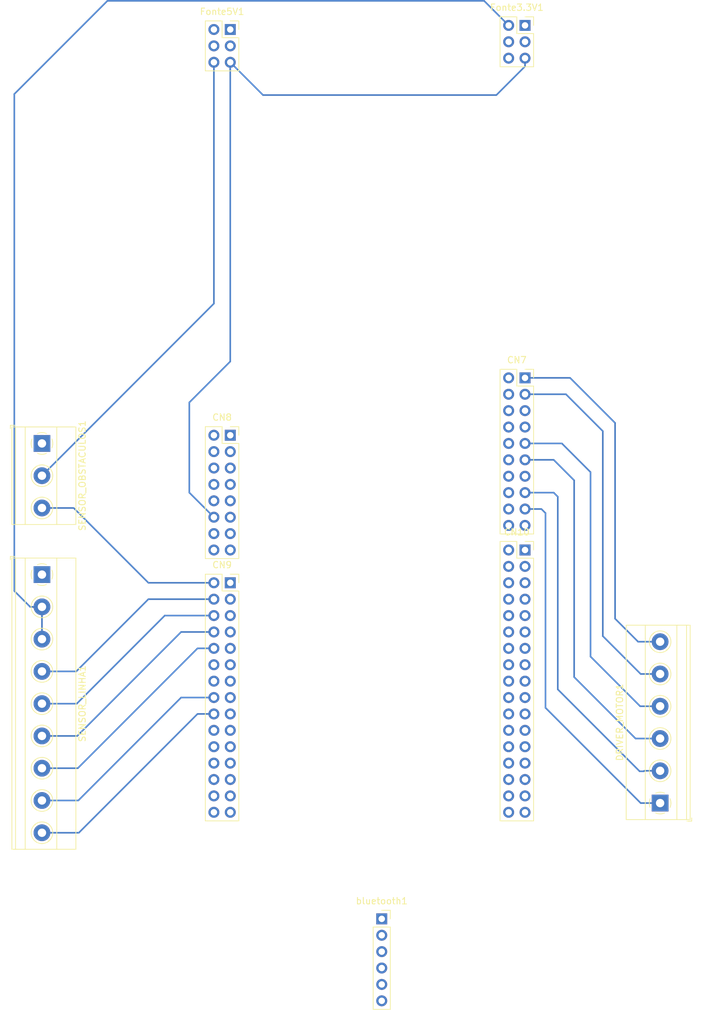
<source format=kicad_pcb>
(kicad_pcb (version 20171130) (host pcbnew "(5.1.9)-1")

  (general
    (thickness 1.6)
    (drawings 0)
    (tracks 73)
    (zones 0)
    (modules 10)
    (nets 96)
  )

  (page A4)
  (title_block
    (date "mar. 31 mars 2015")
  )

  (layers
    (0 F.Cu signal)
    (31 B.Cu signal)
    (32 B.Adhes user)
    (33 F.Adhes user)
    (34 B.Paste user)
    (35 F.Paste user)
    (36 B.SilkS user)
    (37 F.SilkS user)
    (38 B.Mask user)
    (39 F.Mask user)
    (40 Dwgs.User user)
    (41 Cmts.User user)
    (42 Eco1.User user)
    (43 Eco2.User user)
    (44 Edge.Cuts user)
    (45 Margin user)
    (46 B.CrtYd user)
    (47 F.CrtYd user)
    (48 B.Fab user)
    (49 F.Fab user)
  )

  (setup
    (last_trace_width 0.25)
    (trace_clearance 0.2)
    (zone_clearance 0.508)
    (zone_45_only no)
    (trace_min 0.2)
    (via_size 0.6)
    (via_drill 0.4)
    (via_min_size 0.4)
    (via_min_drill 0.3)
    (uvia_size 0.3)
    (uvia_drill 0.1)
    (uvias_allowed no)
    (uvia_min_size 0.2)
    (uvia_min_drill 0.1)
    (edge_width 0.15)
    (segment_width 0.15)
    (pcb_text_width 0.3)
    (pcb_text_size 1.5 1.5)
    (mod_edge_width 0.15)
    (mod_text_size 1 1)
    (mod_text_width 0.15)
    (pad_size 4.064 4.064)
    (pad_drill 3.048)
    (pad_to_mask_clearance 0)
    (aux_axis_origin 103.378 121.666)
    (visible_elements 7FFFFFFF)
    (pcbplotparams
      (layerselection 0x00030_80000001)
      (usegerberextensions false)
      (usegerberattributes true)
      (usegerberadvancedattributes true)
      (creategerberjobfile true)
      (excludeedgelayer true)
      (linewidth 0.100000)
      (plotframeref false)
      (viasonmask false)
      (mode 1)
      (useauxorigin false)
      (hpglpennumber 1)
      (hpglpenspeed 20)
      (hpglpendiameter 15.000000)
      (psnegative false)
      (psa4output false)
      (plotreference true)
      (plotvalue true)
      (plotinvisibletext false)
      (padsonsilk false)
      (subtractmaskfromsilk false)
      (outputformat 1)
      (mirror false)
      (drillshape 1)
      (scaleselection 1)
      (outputdirectory ""))
  )

  (net 0 "")
  (net 1 /IOREF)
  (net 2 /PF12)
  (net 3 /PB4)
  (net 4 /PD15)
  (net 5 /PA4)
  (net 6 /PD14)
  (net 7 /PB3)
  (net 8 /PA7)
  (net 9 /PB5)
  (net 10 /PA6)
  (net 11 /PC7)
  (net 12 /PA5)
  (net 13 /PA15)
  (net 14 /GND)
  (net 15 /PB12)
  (net 16 /AVDD)
  (net 17 /PB13)
  (net 18 /PB9)
  (net 19 /PB15)
  (net 20 /PB8)
  (net 21 /PC6)
  (net 22 /PG3)
  (net 23 /VIN)
  (net 24 /PG2)
  (net 25 /PD2)
  (net 26 /PC12)
  (net 27 /5V)
  (net 28 /PC11)
  (net 29 /3,3V)
  (net 30 /PC10)
  (net 31 /RSET)
  (net 32 /PC9)
  (net 33 /PC8)
  (net 34 /NC)
  (net 35 /PG1)
  (net 36 /PG0)
  (net 37 /PD1)
  (net 38 /PF9)
  (net 39 /PD0)
  (net 40 /PF8)
  (net 41 /PE3)
  (net 42 /PF0)
  (net 43 /PE6)
  (net 44 /PF1)
  (net 45 /PE5)
  (net 46 /PF2)
  (net 47 /PE4)
  (net 48 /PE2)
  (net 49 /PF10)
  (net 50 /PD3)
  (net 51 /PF5)
  (net 52 /PD4)
  (net 53 /PF3)
  (net 54 /PD5)
  (net 55 /PC3)
  (net 56 /PD6)
  (net 57 /PC0)
  (net 58 /PD7)
  (net 59 /PA3)
  (net 60 /PB11)
  (net 61 /PE0)
  (net 62 /PB10)
  (net 63 /PB0)
  (net 64 /PE15)
  (net 65 /PA0)
  (net 66 /PE14)
  (net 67 /PE12)
  (net 68 /PE10)
  (net 69 /PD11)
  (net 70 /PD12)
  (net 71 /PE7)
  (net 72 /PD13)
  (net 73 /PE8)
  (net 74 /PG9)
  (net 75 /PB2)
  (net 76 /PG14)
  (net 77 /PB6)
  (net 78 /PF15)
  (net 79 /PF4)
  (net 80 /PE13)
  (net 81 /PC2)
  (net 82 /PF14)
  (net 83 /PB1)
  (net 84 /PE11)
  (net 85 /PE9)
  (net 86 /AGND)
  (net 87 /PF13)
  (net 88 /+5V)
  (net 89 /+3.3V)
  (net 90 /EN)
  (net 91 /state)
  (net 92 "Net-(Fonte3.3V1-Pad4)")
  (net 93 "Net-(Fonte3.3V1-Pad3)")
  (net 94 "Net-(Fonte5V1-Pad4)")
  (net 95 "Net-(Fonte5V1-Pad3)")

  (net_class Default "This is the default net class."
    (clearance 0.2)
    (trace_width 0.25)
    (via_dia 0.6)
    (via_drill 0.4)
    (uvia_dia 0.3)
    (uvia_drill 0.1)
    (add_net /+3.3V)
    (add_net /+5V)
    (add_net /3,3V)
    (add_net /5V)
    (add_net /AGND)
    (add_net /AVDD)
    (add_net /EN)
    (add_net /GND)
    (add_net /IOREF)
    (add_net /NC)
    (add_net /PA0)
    (add_net /PA15)
    (add_net /PA3)
    (add_net /PA4)
    (add_net /PA5)
    (add_net /PA6)
    (add_net /PA7)
    (add_net /PB0)
    (add_net /PB1)
    (add_net /PB10)
    (add_net /PB11)
    (add_net /PB12)
    (add_net /PB13)
    (add_net /PB15)
    (add_net /PB2)
    (add_net /PB3)
    (add_net /PB4)
    (add_net /PB5)
    (add_net /PB6)
    (add_net /PB8)
    (add_net /PB9)
    (add_net /PC0)
    (add_net /PC10)
    (add_net /PC11)
    (add_net /PC12)
    (add_net /PC2)
    (add_net /PC3)
    (add_net /PC6)
    (add_net /PC7)
    (add_net /PC8)
    (add_net /PC9)
    (add_net /PD0)
    (add_net /PD1)
    (add_net /PD11)
    (add_net /PD12)
    (add_net /PD13)
    (add_net /PD14)
    (add_net /PD15)
    (add_net /PD2)
    (add_net /PD3)
    (add_net /PD4)
    (add_net /PD5)
    (add_net /PD6)
    (add_net /PD7)
    (add_net /PE0)
    (add_net /PE10)
    (add_net /PE11)
    (add_net /PE12)
    (add_net /PE13)
    (add_net /PE14)
    (add_net /PE15)
    (add_net /PE2)
    (add_net /PE3)
    (add_net /PE4)
    (add_net /PE5)
    (add_net /PE6)
    (add_net /PE7)
    (add_net /PE8)
    (add_net /PE9)
    (add_net /PF0)
    (add_net /PF1)
    (add_net /PF10)
    (add_net /PF12)
    (add_net /PF13)
    (add_net /PF14)
    (add_net /PF15)
    (add_net /PF2)
    (add_net /PF3)
    (add_net /PF4)
    (add_net /PF5)
    (add_net /PF8)
    (add_net /PF9)
    (add_net /PG0)
    (add_net /PG1)
    (add_net /PG14)
    (add_net /PG2)
    (add_net /PG3)
    (add_net /PG9)
    (add_net /RSET)
    (add_net /VIN)
    (add_net /state)
    (add_net "Net-(Fonte3.3V1-Pad3)")
    (add_net "Net-(Fonte3.3V1-Pad4)")
    (add_net "Net-(Fonte5V1-Pad3)")
    (add_net "Net-(Fonte5V1-Pad4)")
  )

  (module TerminalBlock_Phoenix:TerminalBlock_Phoenix_MKDS-1,5-3_1x03_P5.00mm_Horizontal (layer F.Cu) (tedit 5B294EE5) (tstamp 60BFF6D0)
    (at 114.935 95.885 270)
    (descr "Terminal Block Phoenix MKDS-1,5-3, 3 pins, pitch 5mm, size 15x9.8mm^2, drill diamater 1.3mm, pad diameter 2.6mm, see http://www.farnell.com/datasheets/100425.pdf, script-generated using https://github.com/pointhi/kicad-footprint-generator/scripts/TerminalBlock_Phoenix")
    (tags "THT Terminal Block Phoenix MKDS-1,5-3 pitch 5mm size 15x9.8mm^2 drill 1.3mm pad 2.6mm")
    (path /60C99735)
    (fp_text reference SENSOR_OBSTACULOS1 (at 5 -6.26 90) (layer F.SilkS)
      (effects (font (size 1 1) (thickness 0.15)))
    )
    (fp_text value Screw_Terminal_01x03 (at 5 5.66 90) (layer F.Fab)
      (effects (font (size 1 1) (thickness 0.15)))
    )
    (fp_text user %R (at 5 3.2 90) (layer F.Fab)
      (effects (font (size 1 1) (thickness 0.15)))
    )
    (fp_arc (start 0 0) (end -0.684 1.535) (angle -25) (layer F.SilkS) (width 0.12))
    (fp_arc (start 0 0) (end -1.535 -0.684) (angle -48) (layer F.SilkS) (width 0.12))
    (fp_arc (start 0 0) (end 0.684 -1.535) (angle -48) (layer F.SilkS) (width 0.12))
    (fp_arc (start 0 0) (end 1.535 0.684) (angle -48) (layer F.SilkS) (width 0.12))
    (fp_arc (start 0 0) (end 0 1.68) (angle -24) (layer F.SilkS) (width 0.12))
    (fp_circle (center 0 0) (end 1.5 0) (layer F.Fab) (width 0.1))
    (fp_circle (center 5 0) (end 6.5 0) (layer F.Fab) (width 0.1))
    (fp_circle (center 5 0) (end 6.68 0) (layer F.SilkS) (width 0.12))
    (fp_circle (center 10 0) (end 11.5 0) (layer F.Fab) (width 0.1))
    (fp_circle (center 10 0) (end 11.68 0) (layer F.SilkS) (width 0.12))
    (fp_line (start -2.5 -5.2) (end 12.5 -5.2) (layer F.Fab) (width 0.1))
    (fp_line (start 12.5 -5.2) (end 12.5 4.6) (layer F.Fab) (width 0.1))
    (fp_line (start 12.5 4.6) (end -2 4.6) (layer F.Fab) (width 0.1))
    (fp_line (start -2 4.6) (end -2.5 4.1) (layer F.Fab) (width 0.1))
    (fp_line (start -2.5 4.1) (end -2.5 -5.2) (layer F.Fab) (width 0.1))
    (fp_line (start -2.5 4.1) (end 12.5 4.1) (layer F.Fab) (width 0.1))
    (fp_line (start -2.56 4.1) (end 12.56 4.1) (layer F.SilkS) (width 0.12))
    (fp_line (start -2.5 2.6) (end 12.5 2.6) (layer F.Fab) (width 0.1))
    (fp_line (start -2.56 2.6) (end 12.56 2.6) (layer F.SilkS) (width 0.12))
    (fp_line (start -2.5 -2.3) (end 12.5 -2.3) (layer F.Fab) (width 0.1))
    (fp_line (start -2.56 -2.301) (end 12.56 -2.301) (layer F.SilkS) (width 0.12))
    (fp_line (start -2.56 -5.261) (end 12.56 -5.261) (layer F.SilkS) (width 0.12))
    (fp_line (start -2.56 4.66) (end 12.56 4.66) (layer F.SilkS) (width 0.12))
    (fp_line (start -2.56 -5.261) (end -2.56 4.66) (layer F.SilkS) (width 0.12))
    (fp_line (start 12.56 -5.261) (end 12.56 4.66) (layer F.SilkS) (width 0.12))
    (fp_line (start 1.138 -0.955) (end -0.955 1.138) (layer F.Fab) (width 0.1))
    (fp_line (start 0.955 -1.138) (end -1.138 0.955) (layer F.Fab) (width 0.1))
    (fp_line (start 6.138 -0.955) (end 4.046 1.138) (layer F.Fab) (width 0.1))
    (fp_line (start 5.955 -1.138) (end 3.863 0.955) (layer F.Fab) (width 0.1))
    (fp_line (start 6.275 -1.069) (end 6.228 -1.023) (layer F.SilkS) (width 0.12))
    (fp_line (start 3.966 1.239) (end 3.931 1.274) (layer F.SilkS) (width 0.12))
    (fp_line (start 6.07 -1.275) (end 6.035 -1.239) (layer F.SilkS) (width 0.12))
    (fp_line (start 3.773 1.023) (end 3.726 1.069) (layer F.SilkS) (width 0.12))
    (fp_line (start 11.138 -0.955) (end 9.046 1.138) (layer F.Fab) (width 0.1))
    (fp_line (start 10.955 -1.138) (end 8.863 0.955) (layer F.Fab) (width 0.1))
    (fp_line (start 11.275 -1.069) (end 11.228 -1.023) (layer F.SilkS) (width 0.12))
    (fp_line (start 8.966 1.239) (end 8.931 1.274) (layer F.SilkS) (width 0.12))
    (fp_line (start 11.07 -1.275) (end 11.035 -1.239) (layer F.SilkS) (width 0.12))
    (fp_line (start 8.773 1.023) (end 8.726 1.069) (layer F.SilkS) (width 0.12))
    (fp_line (start -2.8 4.16) (end -2.8 4.9) (layer F.SilkS) (width 0.12))
    (fp_line (start -2.8 4.9) (end -2.3 4.9) (layer F.SilkS) (width 0.12))
    (fp_line (start -3 -5.71) (end -3 5.1) (layer F.CrtYd) (width 0.05))
    (fp_line (start -3 5.1) (end 13 5.1) (layer F.CrtYd) (width 0.05))
    (fp_line (start 13 5.1) (end 13 -5.71) (layer F.CrtYd) (width 0.05))
    (fp_line (start 13 -5.71) (end -3 -5.71) (layer F.CrtYd) (width 0.05))
    (pad 3 thru_hole circle (at 10 0 270) (size 2.6 2.6) (drill 1.3) (layers *.Cu *.Mask)
      (net 59 /PA3))
    (pad 2 thru_hole circle (at 5 0 270) (size 2.6 2.6) (drill 1.3) (layers *.Cu *.Mask)
      (net 88 /+5V))
    (pad 1 thru_hole rect (at 0 0 270) (size 2.6 2.6) (drill 1.3) (layers *.Cu *.Mask)
      (net 14 /GND))
    (model ${KISYS3DMOD}/TerminalBlock_Phoenix.3dshapes/TerminalBlock_Phoenix_MKDS-1,5-3_1x03_P5.00mm_Horizontal.wrl
      (at (xyz 0 0 0))
      (scale (xyz 1 1 1))
      (rotate (xyz 0 0 0))
    )
  )

  (module TerminalBlock_Phoenix:TerminalBlock_Phoenix_MKDS-1,5-6_1x06_P5.00mm_Horizontal (layer F.Cu) (tedit 5B294EE7) (tstamp 60BFF630)
    (at 210.82 151.605 90)
    (descr "Terminal Block Phoenix MKDS-1,5-6, 6 pins, pitch 5mm, size 30x9.8mm^2, drill diamater 1.3mm, pad diameter 2.6mm, see http://www.farnell.com/datasheets/100425.pdf, script-generated using https://github.com/pointhi/kicad-footprint-generator/scripts/TerminalBlock_Phoenix")
    (tags "THT Terminal Block Phoenix MKDS-1,5-6 pitch 5mm size 30x9.8mm^2 drill 1.3mm pad 2.6mm")
    (path /60CE421D)
    (fp_text reference DRIVER_MOTOR1 (at 12.5 -6.26 90) (layer F.SilkS)
      (effects (font (size 1 1) (thickness 0.15)))
    )
    (fp_text value Screw_Terminal_01x06 (at 12.5 5.66 90) (layer F.Fab)
      (effects (font (size 1 1) (thickness 0.15)))
    )
    (fp_text user %R (at 12.5 3.2 90) (layer F.Fab)
      (effects (font (size 1 1) (thickness 0.15)))
    )
    (fp_arc (start 0 0) (end -0.684 1.535) (angle -25) (layer F.SilkS) (width 0.12))
    (fp_arc (start 0 0) (end -1.535 -0.684) (angle -48) (layer F.SilkS) (width 0.12))
    (fp_arc (start 0 0) (end 0.684 -1.535) (angle -48) (layer F.SilkS) (width 0.12))
    (fp_arc (start 0 0) (end 1.535 0.684) (angle -48) (layer F.SilkS) (width 0.12))
    (fp_arc (start 0 0) (end 0 1.68) (angle -24) (layer F.SilkS) (width 0.12))
    (fp_circle (center 0 0) (end 1.5 0) (layer F.Fab) (width 0.1))
    (fp_circle (center 5 0) (end 6.5 0) (layer F.Fab) (width 0.1))
    (fp_circle (center 5 0) (end 6.68 0) (layer F.SilkS) (width 0.12))
    (fp_circle (center 10 0) (end 11.5 0) (layer F.Fab) (width 0.1))
    (fp_circle (center 10 0) (end 11.68 0) (layer F.SilkS) (width 0.12))
    (fp_circle (center 15 0) (end 16.5 0) (layer F.Fab) (width 0.1))
    (fp_circle (center 15 0) (end 16.68 0) (layer F.SilkS) (width 0.12))
    (fp_circle (center 20 0) (end 21.5 0) (layer F.Fab) (width 0.1))
    (fp_circle (center 20 0) (end 21.68 0) (layer F.SilkS) (width 0.12))
    (fp_circle (center 25 0) (end 26.5 0) (layer F.Fab) (width 0.1))
    (fp_circle (center 25 0) (end 26.68 0) (layer F.SilkS) (width 0.12))
    (fp_line (start -2.5 -5.2) (end 27.5 -5.2) (layer F.Fab) (width 0.1))
    (fp_line (start 27.5 -5.2) (end 27.5 4.6) (layer F.Fab) (width 0.1))
    (fp_line (start 27.5 4.6) (end -2 4.6) (layer F.Fab) (width 0.1))
    (fp_line (start -2 4.6) (end -2.5 4.1) (layer F.Fab) (width 0.1))
    (fp_line (start -2.5 4.1) (end -2.5 -5.2) (layer F.Fab) (width 0.1))
    (fp_line (start -2.5 4.1) (end 27.5 4.1) (layer F.Fab) (width 0.1))
    (fp_line (start -2.56 4.1) (end 27.56 4.1) (layer F.SilkS) (width 0.12))
    (fp_line (start -2.5 2.6) (end 27.5 2.6) (layer F.Fab) (width 0.1))
    (fp_line (start -2.56 2.6) (end 27.56 2.6) (layer F.SilkS) (width 0.12))
    (fp_line (start -2.5 -2.3) (end 27.5 -2.3) (layer F.Fab) (width 0.1))
    (fp_line (start -2.56 -2.301) (end 27.56 -2.301) (layer F.SilkS) (width 0.12))
    (fp_line (start -2.56 -5.261) (end 27.56 -5.261) (layer F.SilkS) (width 0.12))
    (fp_line (start -2.56 4.66) (end 27.56 4.66) (layer F.SilkS) (width 0.12))
    (fp_line (start -2.56 -5.261) (end -2.56 4.66) (layer F.SilkS) (width 0.12))
    (fp_line (start 27.56 -5.261) (end 27.56 4.66) (layer F.SilkS) (width 0.12))
    (fp_line (start 1.138 -0.955) (end -0.955 1.138) (layer F.Fab) (width 0.1))
    (fp_line (start 0.955 -1.138) (end -1.138 0.955) (layer F.Fab) (width 0.1))
    (fp_line (start 6.138 -0.955) (end 4.046 1.138) (layer F.Fab) (width 0.1))
    (fp_line (start 5.955 -1.138) (end 3.863 0.955) (layer F.Fab) (width 0.1))
    (fp_line (start 6.275 -1.069) (end 6.228 -1.023) (layer F.SilkS) (width 0.12))
    (fp_line (start 3.966 1.239) (end 3.931 1.274) (layer F.SilkS) (width 0.12))
    (fp_line (start 6.07 -1.275) (end 6.035 -1.239) (layer F.SilkS) (width 0.12))
    (fp_line (start 3.773 1.023) (end 3.726 1.069) (layer F.SilkS) (width 0.12))
    (fp_line (start 11.138 -0.955) (end 9.046 1.138) (layer F.Fab) (width 0.1))
    (fp_line (start 10.955 -1.138) (end 8.863 0.955) (layer F.Fab) (width 0.1))
    (fp_line (start 11.275 -1.069) (end 11.228 -1.023) (layer F.SilkS) (width 0.12))
    (fp_line (start 8.966 1.239) (end 8.931 1.274) (layer F.SilkS) (width 0.12))
    (fp_line (start 11.07 -1.275) (end 11.035 -1.239) (layer F.SilkS) (width 0.12))
    (fp_line (start 8.773 1.023) (end 8.726 1.069) (layer F.SilkS) (width 0.12))
    (fp_line (start 16.138 -0.955) (end 14.046 1.138) (layer F.Fab) (width 0.1))
    (fp_line (start 15.955 -1.138) (end 13.863 0.955) (layer F.Fab) (width 0.1))
    (fp_line (start 16.275 -1.069) (end 16.228 -1.023) (layer F.SilkS) (width 0.12))
    (fp_line (start 13.966 1.239) (end 13.931 1.274) (layer F.SilkS) (width 0.12))
    (fp_line (start 16.07 -1.275) (end 16.035 -1.239) (layer F.SilkS) (width 0.12))
    (fp_line (start 13.773 1.023) (end 13.726 1.069) (layer F.SilkS) (width 0.12))
    (fp_line (start 21.138 -0.955) (end 19.046 1.138) (layer F.Fab) (width 0.1))
    (fp_line (start 20.955 -1.138) (end 18.863 0.955) (layer F.Fab) (width 0.1))
    (fp_line (start 21.275 -1.069) (end 21.228 -1.023) (layer F.SilkS) (width 0.12))
    (fp_line (start 18.966 1.239) (end 18.931 1.274) (layer F.SilkS) (width 0.12))
    (fp_line (start 21.07 -1.275) (end 21.035 -1.239) (layer F.SilkS) (width 0.12))
    (fp_line (start 18.773 1.023) (end 18.726 1.069) (layer F.SilkS) (width 0.12))
    (fp_line (start 26.138 -0.955) (end 24.046 1.138) (layer F.Fab) (width 0.1))
    (fp_line (start 25.955 -1.138) (end 23.863 0.955) (layer F.Fab) (width 0.1))
    (fp_line (start 26.275 -1.069) (end 26.228 -1.023) (layer F.SilkS) (width 0.12))
    (fp_line (start 23.966 1.239) (end 23.931 1.274) (layer F.SilkS) (width 0.12))
    (fp_line (start 26.07 -1.275) (end 26.035 -1.239) (layer F.SilkS) (width 0.12))
    (fp_line (start 23.773 1.023) (end 23.726 1.069) (layer F.SilkS) (width 0.12))
    (fp_line (start -2.8 4.16) (end -2.8 4.9) (layer F.SilkS) (width 0.12))
    (fp_line (start -2.8 4.9) (end -2.3 4.9) (layer F.SilkS) (width 0.12))
    (fp_line (start -3 -5.71) (end -3 5.1) (layer F.CrtYd) (width 0.05))
    (fp_line (start -3 5.1) (end 28 5.1) (layer F.CrtYd) (width 0.05))
    (fp_line (start 28 5.1) (end 28 -5.71) (layer F.CrtYd) (width 0.05))
    (fp_line (start 28 -5.71) (end -3 -5.71) (layer F.CrtYd) (width 0.05))
    (pad 6 thru_hole circle (at 25 0 90) (size 2.6 2.6) (drill 1.3) (layers *.Cu *.Mask)
      (net 20 /PB8))
    (pad 5 thru_hole circle (at 20 0 90) (size 2.6 2.6) (drill 1.3) (layers *.Cu *.Mask)
      (net 18 /PB9))
    (pad 4 thru_hole circle (at 15 0 90) (size 2.6 2.6) (drill 1.3) (layers *.Cu *.Mask)
      (net 12 /PA5))
    (pad 3 thru_hole circle (at 10 0 90) (size 2.6 2.6) (drill 1.3) (layers *.Cu *.Mask)
      (net 10 /PA6))
    (pad 2 thru_hole circle (at 5 0 90) (size 2.6 2.6) (drill 1.3) (layers *.Cu *.Mask)
      (net 6 /PD14))
    (pad 1 thru_hole rect (at 0 0 90) (size 2.6 2.6) (drill 1.3) (layers *.Cu *.Mask)
      (net 4 /PD15))
    (model ${KISYS3DMOD}/TerminalBlock_Phoenix.3dshapes/TerminalBlock_Phoenix_MKDS-1,5-6_1x06_P5.00mm_Horizontal.wrl
      (at (xyz 0 0 0))
      (scale (xyz 1 1 1))
      (rotate (xyz 0 0 0))
    )
  )

  (module TerminalBlock_Phoenix:TerminalBlock_Phoenix_MKDS-1,5-9_1x09_P5.00mm_Horizontal (layer F.Cu) (tedit 5B294EEC) (tstamp 60BFF6B9)
    (at 114.935 116.205 270)
    (descr "Terminal Block Phoenix MKDS-1,5-9, 9 pins, pitch 5mm, size 45x9.8mm^2, drill diamater 1.3mm, pad diameter 2.6mm, see http://www.farnell.com/datasheets/100425.pdf, script-generated using https://github.com/pointhi/kicad-footprint-generator/scripts/TerminalBlock_Phoenix")
    (tags "THT Terminal Block Phoenix MKDS-1,5-9 pitch 5mm size 45x9.8mm^2 drill 1.3mm pad 2.6mm")
    (path /60C8A841)
    (fp_text reference SENSOR_LINHA1 (at 20 -6.26 90) (layer F.SilkS)
      (effects (font (size 1 1) (thickness 0.15)))
    )
    (fp_text value Screw_Terminal_01x09 (at 20 5.66 90) (layer F.Fab)
      (effects (font (size 1 1) (thickness 0.15)))
    )
    (fp_text user %R (at 20 3.2 90) (layer F.Fab)
      (effects (font (size 1 1) (thickness 0.15)))
    )
    (fp_arc (start 0 0) (end -0.684 1.535) (angle -25) (layer F.SilkS) (width 0.12))
    (fp_arc (start 0 0) (end -1.535 -0.684) (angle -48) (layer F.SilkS) (width 0.12))
    (fp_arc (start 0 0) (end 0.684 -1.535) (angle -48) (layer F.SilkS) (width 0.12))
    (fp_arc (start 0 0) (end 1.535 0.684) (angle -48) (layer F.SilkS) (width 0.12))
    (fp_arc (start 0 0) (end 0 1.68) (angle -24) (layer F.SilkS) (width 0.12))
    (fp_circle (center 0 0) (end 1.5 0) (layer F.Fab) (width 0.1))
    (fp_circle (center 5 0) (end 6.5 0) (layer F.Fab) (width 0.1))
    (fp_circle (center 5 0) (end 6.68 0) (layer F.SilkS) (width 0.12))
    (fp_circle (center 10 0) (end 11.5 0) (layer F.Fab) (width 0.1))
    (fp_circle (center 10 0) (end 11.68 0) (layer F.SilkS) (width 0.12))
    (fp_circle (center 15 0) (end 16.5 0) (layer F.Fab) (width 0.1))
    (fp_circle (center 15 0) (end 16.68 0) (layer F.SilkS) (width 0.12))
    (fp_circle (center 20 0) (end 21.5 0) (layer F.Fab) (width 0.1))
    (fp_circle (center 20 0) (end 21.68 0) (layer F.SilkS) (width 0.12))
    (fp_circle (center 25 0) (end 26.5 0) (layer F.Fab) (width 0.1))
    (fp_circle (center 25 0) (end 26.68 0) (layer F.SilkS) (width 0.12))
    (fp_circle (center 30 0) (end 31.5 0) (layer F.Fab) (width 0.1))
    (fp_circle (center 30 0) (end 31.68 0) (layer F.SilkS) (width 0.12))
    (fp_circle (center 35 0) (end 36.5 0) (layer F.Fab) (width 0.1))
    (fp_circle (center 35 0) (end 36.68 0) (layer F.SilkS) (width 0.12))
    (fp_circle (center 40 0) (end 41.5 0) (layer F.Fab) (width 0.1))
    (fp_circle (center 40 0) (end 41.68 0) (layer F.SilkS) (width 0.12))
    (fp_line (start -2.5 -5.2) (end 42.5 -5.2) (layer F.Fab) (width 0.1))
    (fp_line (start 42.5 -5.2) (end 42.5 4.6) (layer F.Fab) (width 0.1))
    (fp_line (start 42.5 4.6) (end -2 4.6) (layer F.Fab) (width 0.1))
    (fp_line (start -2 4.6) (end -2.5 4.1) (layer F.Fab) (width 0.1))
    (fp_line (start -2.5 4.1) (end -2.5 -5.2) (layer F.Fab) (width 0.1))
    (fp_line (start -2.5 4.1) (end 42.5 4.1) (layer F.Fab) (width 0.1))
    (fp_line (start -2.56 4.1) (end 42.56 4.1) (layer F.SilkS) (width 0.12))
    (fp_line (start -2.5 2.6) (end 42.5 2.6) (layer F.Fab) (width 0.1))
    (fp_line (start -2.56 2.6) (end 42.56 2.6) (layer F.SilkS) (width 0.12))
    (fp_line (start -2.5 -2.3) (end 42.5 -2.3) (layer F.Fab) (width 0.1))
    (fp_line (start -2.56 -2.301) (end 42.56 -2.301) (layer F.SilkS) (width 0.12))
    (fp_line (start -2.56 -5.261) (end 42.56 -5.261) (layer F.SilkS) (width 0.12))
    (fp_line (start -2.56 4.66) (end 42.56 4.66) (layer F.SilkS) (width 0.12))
    (fp_line (start -2.56 -5.261) (end -2.56 4.66) (layer F.SilkS) (width 0.12))
    (fp_line (start 42.56 -5.261) (end 42.56 4.66) (layer F.SilkS) (width 0.12))
    (fp_line (start 1.138 -0.955) (end -0.955 1.138) (layer F.Fab) (width 0.1))
    (fp_line (start 0.955 -1.138) (end -1.138 0.955) (layer F.Fab) (width 0.1))
    (fp_line (start 6.138 -0.955) (end 4.046 1.138) (layer F.Fab) (width 0.1))
    (fp_line (start 5.955 -1.138) (end 3.863 0.955) (layer F.Fab) (width 0.1))
    (fp_line (start 6.275 -1.069) (end 6.228 -1.023) (layer F.SilkS) (width 0.12))
    (fp_line (start 3.966 1.239) (end 3.931 1.274) (layer F.SilkS) (width 0.12))
    (fp_line (start 6.07 -1.275) (end 6.035 -1.239) (layer F.SilkS) (width 0.12))
    (fp_line (start 3.773 1.023) (end 3.726 1.069) (layer F.SilkS) (width 0.12))
    (fp_line (start 11.138 -0.955) (end 9.046 1.138) (layer F.Fab) (width 0.1))
    (fp_line (start 10.955 -1.138) (end 8.863 0.955) (layer F.Fab) (width 0.1))
    (fp_line (start 11.275 -1.069) (end 11.228 -1.023) (layer F.SilkS) (width 0.12))
    (fp_line (start 8.966 1.239) (end 8.931 1.274) (layer F.SilkS) (width 0.12))
    (fp_line (start 11.07 -1.275) (end 11.035 -1.239) (layer F.SilkS) (width 0.12))
    (fp_line (start 8.773 1.023) (end 8.726 1.069) (layer F.SilkS) (width 0.12))
    (fp_line (start 16.138 -0.955) (end 14.046 1.138) (layer F.Fab) (width 0.1))
    (fp_line (start 15.955 -1.138) (end 13.863 0.955) (layer F.Fab) (width 0.1))
    (fp_line (start 16.275 -1.069) (end 16.228 -1.023) (layer F.SilkS) (width 0.12))
    (fp_line (start 13.966 1.239) (end 13.931 1.274) (layer F.SilkS) (width 0.12))
    (fp_line (start 16.07 -1.275) (end 16.035 -1.239) (layer F.SilkS) (width 0.12))
    (fp_line (start 13.773 1.023) (end 13.726 1.069) (layer F.SilkS) (width 0.12))
    (fp_line (start 21.138 -0.955) (end 19.046 1.138) (layer F.Fab) (width 0.1))
    (fp_line (start 20.955 -1.138) (end 18.863 0.955) (layer F.Fab) (width 0.1))
    (fp_line (start 21.275 -1.069) (end 21.228 -1.023) (layer F.SilkS) (width 0.12))
    (fp_line (start 18.966 1.239) (end 18.931 1.274) (layer F.SilkS) (width 0.12))
    (fp_line (start 21.07 -1.275) (end 21.035 -1.239) (layer F.SilkS) (width 0.12))
    (fp_line (start 18.773 1.023) (end 18.726 1.069) (layer F.SilkS) (width 0.12))
    (fp_line (start 26.138 -0.955) (end 24.046 1.138) (layer F.Fab) (width 0.1))
    (fp_line (start 25.955 -1.138) (end 23.863 0.955) (layer F.Fab) (width 0.1))
    (fp_line (start 26.275 -1.069) (end 26.228 -1.023) (layer F.SilkS) (width 0.12))
    (fp_line (start 23.966 1.239) (end 23.931 1.274) (layer F.SilkS) (width 0.12))
    (fp_line (start 26.07 -1.275) (end 26.035 -1.239) (layer F.SilkS) (width 0.12))
    (fp_line (start 23.773 1.023) (end 23.726 1.069) (layer F.SilkS) (width 0.12))
    (fp_line (start 31.138 -0.955) (end 29.046 1.138) (layer F.Fab) (width 0.1))
    (fp_line (start 30.955 -1.138) (end 28.863 0.955) (layer F.Fab) (width 0.1))
    (fp_line (start 31.275 -1.069) (end 31.228 -1.023) (layer F.SilkS) (width 0.12))
    (fp_line (start 28.966 1.239) (end 28.931 1.274) (layer F.SilkS) (width 0.12))
    (fp_line (start 31.07 -1.275) (end 31.035 -1.239) (layer F.SilkS) (width 0.12))
    (fp_line (start 28.773 1.023) (end 28.726 1.069) (layer F.SilkS) (width 0.12))
    (fp_line (start 36.138 -0.955) (end 34.046 1.138) (layer F.Fab) (width 0.1))
    (fp_line (start 35.955 -1.138) (end 33.863 0.955) (layer F.Fab) (width 0.1))
    (fp_line (start 36.275 -1.069) (end 36.228 -1.023) (layer F.SilkS) (width 0.12))
    (fp_line (start 33.966 1.239) (end 33.931 1.274) (layer F.SilkS) (width 0.12))
    (fp_line (start 36.07 -1.275) (end 36.035 -1.239) (layer F.SilkS) (width 0.12))
    (fp_line (start 33.773 1.023) (end 33.726 1.069) (layer F.SilkS) (width 0.12))
    (fp_line (start 41.138 -0.955) (end 39.046 1.138) (layer F.Fab) (width 0.1))
    (fp_line (start 40.955 -1.138) (end 38.863 0.955) (layer F.Fab) (width 0.1))
    (fp_line (start 41.275 -1.069) (end 41.228 -1.023) (layer F.SilkS) (width 0.12))
    (fp_line (start 38.966 1.239) (end 38.931 1.274) (layer F.SilkS) (width 0.12))
    (fp_line (start 41.07 -1.275) (end 41.035 -1.239) (layer F.SilkS) (width 0.12))
    (fp_line (start 38.773 1.023) (end 38.726 1.069) (layer F.SilkS) (width 0.12))
    (fp_line (start -2.8 4.16) (end -2.8 4.9) (layer F.SilkS) (width 0.12))
    (fp_line (start -2.8 4.9) (end -2.3 4.9) (layer F.SilkS) (width 0.12))
    (fp_line (start -3 -5.71) (end -3 5.1) (layer F.CrtYd) (width 0.05))
    (fp_line (start -3 5.1) (end 43 5.1) (layer F.CrtYd) (width 0.05))
    (fp_line (start 43 5.1) (end 43 -5.71) (layer F.CrtYd) (width 0.05))
    (fp_line (start 43 -5.71) (end -3 -5.71) (layer F.CrtYd) (width 0.05))
    (pad 9 thru_hole circle (at 40 0 270) (size 2.6 2.6) (drill 1.3) (layers *.Cu *.Mask)
      (net 46 /PF2))
    (pad 8 thru_hole circle (at 35 0 270) (size 2.6 2.6) (drill 1.3) (layers *.Cu *.Mask)
      (net 8 /PA7))
    (pad 7 thru_hole circle (at 30 0 270) (size 2.6 2.6) (drill 1.3) (layers *.Cu *.Mask)
      (net 51 /PF5))
    (pad 6 thru_hole circle (at 25 0 270) (size 2.6 2.6) (drill 1.3) (layers *.Cu *.Mask)
      (net 53 /PF3))
    (pad 5 thru_hole circle (at 20 0 270) (size 2.6 2.6) (drill 1.3) (layers *.Cu *.Mask)
      (net 55 /PC3))
    (pad 4 thru_hole circle (at 15 0 270) (size 2.6 2.6) (drill 1.3) (layers *.Cu *.Mask)
      (net 57 /PC0))
    (pad 3 thru_hole circle (at 10 0 270) (size 2.6 2.6) (drill 1.3) (layers *.Cu *.Mask)
      (net 89 /+3.3V))
    (pad 2 thru_hole circle (at 5 0 270) (size 2.6 2.6) (drill 1.3) (layers *.Cu *.Mask)
      (net 89 /+3.3V))
    (pad 1 thru_hole rect (at 0 0 270) (size 2.6 2.6) (drill 1.3) (layers *.Cu *.Mask)
      (net 14 /GND))
    (model ${KISYS3DMOD}/TerminalBlock_Phoenix.3dshapes/TerminalBlock_Phoenix_MKDS-1,5-9_1x09_P5.00mm_Horizontal.wrl
      (at (xyz 0 0 0))
      (scale (xyz 1 1 1))
      (rotate (xyz 0 0 0))
    )
  )

  (module Connector_PinSocket_2.54mm:PinSocket_1x06_P2.54mm_Vertical (layer F.Cu) (tedit 5A19A430) (tstamp 60BFBB76)
    (at 167.64 169.545)
    (descr "Through hole straight socket strip, 1x06, 2.54mm pitch, single row (from Kicad 4.0.7), script generated")
    (tags "Through hole socket strip THT 1x06 2.54mm single row")
    (path /60C67AF5)
    (fp_text reference bluetooth1 (at 0 -2.77) (layer F.SilkS)
      (effects (font (size 1 1) (thickness 0.15)))
    )
    (fp_text value Digital (at 0 15.47) (layer F.Fab)
      (effects (font (size 1 1) (thickness 0.15)))
    )
    (fp_line (start -1.27 -1.27) (end 0.635 -1.27) (layer F.Fab) (width 0.1))
    (fp_line (start 0.635 -1.27) (end 1.27 -0.635) (layer F.Fab) (width 0.1))
    (fp_line (start 1.27 -0.635) (end 1.27 13.97) (layer F.Fab) (width 0.1))
    (fp_line (start 1.27 13.97) (end -1.27 13.97) (layer F.Fab) (width 0.1))
    (fp_line (start -1.27 13.97) (end -1.27 -1.27) (layer F.Fab) (width 0.1))
    (fp_line (start -1.33 1.27) (end 1.33 1.27) (layer F.SilkS) (width 0.12))
    (fp_line (start -1.33 1.27) (end -1.33 14.03) (layer F.SilkS) (width 0.12))
    (fp_line (start -1.33 14.03) (end 1.33 14.03) (layer F.SilkS) (width 0.12))
    (fp_line (start 1.33 1.27) (end 1.33 14.03) (layer F.SilkS) (width 0.12))
    (fp_line (start 1.33 -1.33) (end 1.33 0) (layer F.SilkS) (width 0.12))
    (fp_line (start 0 -1.33) (end 1.33 -1.33) (layer F.SilkS) (width 0.12))
    (fp_line (start -1.8 -1.8) (end 1.75 -1.8) (layer F.CrtYd) (width 0.05))
    (fp_line (start 1.75 -1.8) (end 1.75 14.45) (layer F.CrtYd) (width 0.05))
    (fp_line (start 1.75 14.45) (end -1.8 14.45) (layer F.CrtYd) (width 0.05))
    (fp_line (start -1.8 14.45) (end -1.8 -1.8) (layer F.CrtYd) (width 0.05))
    (fp_text user %R (at 0 6.35 90) (layer F.Fab)
      (effects (font (size 1 1) (thickness 0.15)))
    )
    (pad 6 thru_hole oval (at 0 12.7) (size 1.7 1.7) (drill 1) (layers *.Cu *.Mask)
      (net 90 /EN))
    (pad 5 thru_hole oval (at 0 10.16) (size 1.7 1.7) (drill 1) (layers *.Cu *.Mask)
      (net 27 /5V))
    (pad 4 thru_hole oval (at 0 7.62) (size 1.7 1.7) (drill 1) (layers *.Cu *.Mask)
      (net 14 /GND))
    (pad 3 thru_hole oval (at 0 5.08) (size 1.7 1.7) (drill 1) (layers *.Cu *.Mask)
      (net 77 /PB6))
    (pad 2 thru_hole oval (at 0 2.54) (size 1.7 1.7) (drill 1) (layers *.Cu *.Mask)
      (net 19 /PB15))
    (pad 1 thru_hole rect (at 0 0) (size 1.7 1.7) (drill 1) (layers *.Cu *.Mask)
      (net 91 /state))
    (model ${KISYS3DMOD}/Connector_PinSocket_2.54mm.3dshapes/PinSocket_1x06_P2.54mm_Vertical.wrl
      (at (xyz 0 0 0))
      (scale (xyz 1 1 1))
      (rotate (xyz 0 0 0))
    )
  )

  (module Connector_PinSocket_2.54mm:PinSocket_2x03_P2.54mm_Vertical (layer F.Cu) (tedit 5A19A425) (tstamp 60BFAD25)
    (at 189.865 31.115)
    (descr "Through hole straight socket strip, 2x03, 2.54mm pitch, double cols (from Kicad 4.0.7), script generated")
    (tags "Through hole socket strip THT 2x03 2.54mm double row")
    (path /60C46FD2)
    (fp_text reference Fonte3.3V1 (at -1.27 -2.77) (layer F.SilkS)
      (effects (font (size 1 1) (thickness 0.15)))
    )
    (fp_text value Digital (at -1.27 7.85) (layer F.Fab)
      (effects (font (size 1 1) (thickness 0.15)))
    )
    (fp_line (start -3.81 -1.27) (end 0.27 -1.27) (layer F.Fab) (width 0.1))
    (fp_line (start 0.27 -1.27) (end 1.27 -0.27) (layer F.Fab) (width 0.1))
    (fp_line (start 1.27 -0.27) (end 1.27 6.35) (layer F.Fab) (width 0.1))
    (fp_line (start 1.27 6.35) (end -3.81 6.35) (layer F.Fab) (width 0.1))
    (fp_line (start -3.81 6.35) (end -3.81 -1.27) (layer F.Fab) (width 0.1))
    (fp_line (start -3.87 -1.33) (end -1.27 -1.33) (layer F.SilkS) (width 0.12))
    (fp_line (start -3.87 -1.33) (end -3.87 6.41) (layer F.SilkS) (width 0.12))
    (fp_line (start -3.87 6.41) (end 1.33 6.41) (layer F.SilkS) (width 0.12))
    (fp_line (start 1.33 1.27) (end 1.33 6.41) (layer F.SilkS) (width 0.12))
    (fp_line (start -1.27 1.27) (end 1.33 1.27) (layer F.SilkS) (width 0.12))
    (fp_line (start -1.27 -1.33) (end -1.27 1.27) (layer F.SilkS) (width 0.12))
    (fp_line (start 1.33 -1.33) (end 1.33 0) (layer F.SilkS) (width 0.12))
    (fp_line (start 0 -1.33) (end 1.33 -1.33) (layer F.SilkS) (width 0.12))
    (fp_line (start -4.34 -1.8) (end 1.76 -1.8) (layer F.CrtYd) (width 0.05))
    (fp_line (start 1.76 -1.8) (end 1.76 6.85) (layer F.CrtYd) (width 0.05))
    (fp_line (start 1.76 6.85) (end -4.34 6.85) (layer F.CrtYd) (width 0.05))
    (fp_line (start -4.34 6.85) (end -4.34 -1.8) (layer F.CrtYd) (width 0.05))
    (fp_text user %R (at -1.27 3.175 90) (layer F.Fab)
      (effects (font (size 1 1) (thickness 0.15)))
    )
    (pad 6 thru_hole oval (at -2.54 5.08) (size 1.7 1.7) (drill 1) (layers *.Cu *.Mask)
      (net 89 /+3.3V))
    (pad 5 thru_hole oval (at 0 5.08) (size 1.7 1.7) (drill 1) (layers *.Cu *.Mask)
      (net 14 /GND))
    (pad 4 thru_hole oval (at -2.54 2.54) (size 1.7 1.7) (drill 1) (layers *.Cu *.Mask)
      (net 92 "Net-(Fonte3.3V1-Pad4)"))
    (pad 3 thru_hole oval (at 0 2.54) (size 1.7 1.7) (drill 1) (layers *.Cu *.Mask)
      (net 93 "Net-(Fonte3.3V1-Pad3)"))
    (pad 2 thru_hole oval (at -2.54 0) (size 1.7 1.7) (drill 1) (layers *.Cu *.Mask)
      (net 89 /+3.3V))
    (pad 1 thru_hole rect (at 0 0) (size 1.7 1.7) (drill 1) (layers *.Cu *.Mask)
      (net 14 /GND))
    (model ${KISYS3DMOD}/Connector_PinSocket_2.54mm.3dshapes/PinSocket_2x03_P2.54mm_Vertical.wrl
      (at (xyz 0 0 0))
      (scale (xyz 1 1 1))
      (rotate (xyz 0 0 0))
    )
  )

  (module Connector_PinSocket_2.54mm:PinSocket_2x03_P2.54mm_Vertical (layer F.Cu) (tedit 5A19A425) (tstamp 60BFAD09)
    (at 144.145 31.75)
    (descr "Through hole straight socket strip, 2x03, 2.54mm pitch, double cols (from Kicad 4.0.7), script generated")
    (tags "Through hole socket strip THT 2x03 2.54mm double row")
    (path /60C07473)
    (fp_text reference Fonte5V1 (at -1.27 -2.77) (layer F.SilkS)
      (effects (font (size 1 1) (thickness 0.15)))
    )
    (fp_text value Digital (at -1.27 7.85) (layer F.Fab)
      (effects (font (size 1 1) (thickness 0.15)))
    )
    (fp_line (start -3.81 -1.27) (end 0.27 -1.27) (layer F.Fab) (width 0.1))
    (fp_line (start 0.27 -1.27) (end 1.27 -0.27) (layer F.Fab) (width 0.1))
    (fp_line (start 1.27 -0.27) (end 1.27 6.35) (layer F.Fab) (width 0.1))
    (fp_line (start 1.27 6.35) (end -3.81 6.35) (layer F.Fab) (width 0.1))
    (fp_line (start -3.81 6.35) (end -3.81 -1.27) (layer F.Fab) (width 0.1))
    (fp_line (start -3.87 -1.33) (end -1.27 -1.33) (layer F.SilkS) (width 0.12))
    (fp_line (start -3.87 -1.33) (end -3.87 6.41) (layer F.SilkS) (width 0.12))
    (fp_line (start -3.87 6.41) (end 1.33 6.41) (layer F.SilkS) (width 0.12))
    (fp_line (start 1.33 1.27) (end 1.33 6.41) (layer F.SilkS) (width 0.12))
    (fp_line (start -1.27 1.27) (end 1.33 1.27) (layer F.SilkS) (width 0.12))
    (fp_line (start -1.27 -1.33) (end -1.27 1.27) (layer F.SilkS) (width 0.12))
    (fp_line (start 1.33 -1.33) (end 1.33 0) (layer F.SilkS) (width 0.12))
    (fp_line (start 0 -1.33) (end 1.33 -1.33) (layer F.SilkS) (width 0.12))
    (fp_line (start -4.34 -1.8) (end 1.76 -1.8) (layer F.CrtYd) (width 0.05))
    (fp_line (start 1.76 -1.8) (end 1.76 6.85) (layer F.CrtYd) (width 0.05))
    (fp_line (start 1.76 6.85) (end -4.34 6.85) (layer F.CrtYd) (width 0.05))
    (fp_line (start -4.34 6.85) (end -4.34 -1.8) (layer F.CrtYd) (width 0.05))
    (fp_text user %R (at -1.27 2.54 90) (layer F.Fab)
      (effects (font (size 1 1) (thickness 0.15)))
    )
    (pad 6 thru_hole oval (at -2.54 5.08) (size 1.7 1.7) (drill 1) (layers *.Cu *.Mask)
      (net 88 /+5V))
    (pad 5 thru_hole oval (at 0 5.08) (size 1.7 1.7) (drill 1) (layers *.Cu *.Mask)
      (net 14 /GND))
    (pad 4 thru_hole oval (at -2.54 2.54) (size 1.7 1.7) (drill 1) (layers *.Cu *.Mask)
      (net 94 "Net-(Fonte5V1-Pad4)"))
    (pad 3 thru_hole oval (at 0 2.54) (size 1.7 1.7) (drill 1) (layers *.Cu *.Mask)
      (net 95 "Net-(Fonte5V1-Pad3)"))
    (pad 2 thru_hole oval (at -2.54 0) (size 1.7 1.7) (drill 1) (layers *.Cu *.Mask)
      (net 88 /+5V))
    (pad 1 thru_hole rect (at 0 0) (size 1.7 1.7) (drill 1) (layers *.Cu *.Mask)
      (net 14 /GND))
    (model ${KISYS3DMOD}/Connector_PinSocket_2.54mm.3dshapes/PinSocket_2x03_P2.54mm_Vertical.wrl
      (at (xyz 0 0 0))
      (scale (xyz 1 1 1))
      (rotate (xyz 0 0 0))
    )
  )

  (module Connector_PinSocket_2.54mm:PinSocket_2x17_P2.54mm_Vertical (layer F.Cu) (tedit 5A19A431) (tstamp 60C01D16)
    (at 189.865 112.395)
    (descr "Through hole straight socket strip, 2x17, 2.54mm pitch, double cols (from Kicad 4.0.7), script generated")
    (tags "Through hole socket strip THT 2x17 2.54mm double row")
    (path /60C7F25B)
    (fp_text reference CN10 (at -1.27 -2.77) (layer F.SilkS)
      (effects (font (size 1 1) (thickness 0.15)))
    )
    (fp_text value Digital (at -1.27 43.41) (layer F.Fab)
      (effects (font (size 1 1) (thickness 0.15)))
    )
    (fp_line (start -4.34 42.4) (end -4.34 -1.8) (layer F.CrtYd) (width 0.05))
    (fp_line (start 1.76 42.4) (end -4.34 42.4) (layer F.CrtYd) (width 0.05))
    (fp_line (start 1.76 -1.8) (end 1.76 42.4) (layer F.CrtYd) (width 0.05))
    (fp_line (start -4.34 -1.8) (end 1.76 -1.8) (layer F.CrtYd) (width 0.05))
    (fp_line (start 0 -1.33) (end 1.33 -1.33) (layer F.SilkS) (width 0.12))
    (fp_line (start 1.33 -1.33) (end 1.33 0) (layer F.SilkS) (width 0.12))
    (fp_line (start -1.27 -1.33) (end -1.27 1.27) (layer F.SilkS) (width 0.12))
    (fp_line (start -1.27 1.27) (end 1.33 1.27) (layer F.SilkS) (width 0.12))
    (fp_line (start 1.33 1.27) (end 1.33 41.97) (layer F.SilkS) (width 0.12))
    (fp_line (start -3.87 41.97) (end 1.33 41.97) (layer F.SilkS) (width 0.12))
    (fp_line (start -3.87 -1.33) (end -3.87 41.97) (layer F.SilkS) (width 0.12))
    (fp_line (start -3.87 -1.33) (end -1.27 -1.33) (layer F.SilkS) (width 0.12))
    (fp_line (start -3.81 41.91) (end -3.81 -1.27) (layer F.Fab) (width 0.1))
    (fp_line (start 1.27 41.91) (end -3.81 41.91) (layer F.Fab) (width 0.1))
    (fp_line (start 1.27 -0.27) (end 1.27 41.91) (layer F.Fab) (width 0.1))
    (fp_line (start 0.27 -1.27) (end 1.27 -0.27) (layer F.Fab) (width 0.1))
    (fp_line (start -3.81 -1.27) (end 0.27 -1.27) (layer F.Fab) (width 0.1))
    (fp_text user %R (at -1.27 20.32 90) (layer F.Fab)
      (effects (font (size 1 1) (thickness 0.15)))
    )
    (pad 34 thru_hole oval (at -2.54 40.64) (size 1.7 1.7) (drill 1) (layers *.Cu *.Mask)
      (net 61 /PE0))
    (pad 33 thru_hole oval (at 0 40.64) (size 1.7 1.7) (drill 1) (layers *.Cu *.Mask)
      (net 60 /PB11))
    (pad 32 thru_hole oval (at -2.54 38.1) (size 1.7 1.7) (drill 1) (layers *.Cu *.Mask)
      (net 63 /PB0))
    (pad 31 thru_hole oval (at 0 38.1) (size 1.7 1.7) (drill 1) (layers *.Cu *.Mask)
      (net 62 /PB10))
    (pad 30 thru_hole oval (at -2.54 35.56) (size 1.7 1.7) (drill 1) (layers *.Cu *.Mask)
      (net 65 /PA0))
    (pad 29 thru_hole oval (at 0 35.56) (size 1.7 1.7) (drill 1) (layers *.Cu *.Mask)
      (net 64 /PE15))
    (pad 28 thru_hole oval (at -2.54 33.02) (size 1.7 1.7) (drill 1) (layers *.Cu *.Mask)
      (net 14 /GND))
    (pad 27 thru_hole oval (at 0 33.02) (size 1.7 1.7) (drill 1) (layers *.Cu *.Mask)
      (net 66 /PE14))
    (pad 26 thru_hole oval (at -2.54 30.48) (size 1.7 1.7) (drill 1) (layers *.Cu *.Mask)
      (net 48 /PE2))
    (pad 25 thru_hole oval (at 0 30.48) (size 1.7 1.7) (drill 1) (layers *.Cu *.Mask)
      (net 67 /PE12))
    (pad 24 thru_hole oval (at -2.54 27.94) (size 1.7 1.7) (drill 1) (layers *.Cu *.Mask)
      (net 69 /PD11))
    (pad 23 thru_hole oval (at 0 27.94) (size 1.7 1.7) (drill 1) (layers *.Cu *.Mask)
      (net 68 /PE10))
    (pad 22 thru_hole oval (at -2.54 25.4) (size 1.7 1.7) (drill 1) (layers *.Cu *.Mask)
      (net 70 /PD12))
    (pad 21 thru_hole oval (at 0 25.4) (size 1.7 1.7) (drill 1) (layers *.Cu *.Mask)
      (net 14 /GND))
    (pad 20 thru_hole oval (at -2.54 22.86) (size 1.7 1.7) (drill 1) (layers *.Cu *.Mask)
      (net 72 /PD13))
    (pad 19 thru_hole oval (at 0 22.86) (size 1.7 1.7) (drill 1) (layers *.Cu *.Mask)
      (net 71 /PE7))
    (pad 18 thru_hole oval (at -2.54 20.32) (size 1.7 1.7) (drill 1) (layers *.Cu *.Mask)
      (net 14 /GND))
    (pad 17 thru_hole oval (at 0 20.32) (size 1.7 1.7) (drill 1) (layers *.Cu *.Mask)
      (net 73 /PE8))
    (pad 16 thru_hole oval (at -2.54 17.78) (size 1.7 1.7) (drill 1) (layers *.Cu *.Mask)
      (net 75 /PB2))
    (pad 15 thru_hole oval (at 0 17.78) (size 1.7 1.7) (drill 1) (layers *.Cu *.Mask)
      (net 74 /PG9))
    (pad 14 thru_hole oval (at -2.54 15.24) (size 1.7 1.7) (drill 1) (layers *.Cu *.Mask)
      (net 77 /PB6))
    (pad 13 thru_hole oval (at 0 15.24) (size 1.7 1.7) (drill 1) (layers *.Cu *.Mask)
      (net 76 /PG14))
    (pad 12 thru_hole oval (at -2.54 12.7) (size 1.7 1.7) (drill 1) (layers *.Cu *.Mask)
      (net 79 /PF4))
    (pad 11 thru_hole oval (at 0 12.7) (size 1.7 1.7) (drill 1) (layers *.Cu *.Mask)
      (net 78 /PF15))
    (pad 10 thru_hole oval (at -2.54 10.16) (size 1.7 1.7) (drill 1) (layers *.Cu *.Mask)
      (net 81 /PC2))
    (pad 9 thru_hole oval (at 0 10.16) (size 1.7 1.7) (drill 1) (layers *.Cu *.Mask)
      (net 80 /PE13))
    (pad 8 thru_hole oval (at -2.54 7.62) (size 1.7 1.7) (drill 1) (layers *.Cu *.Mask)
      (net 83 /PB1))
    (pad 7 thru_hole oval (at 0 7.62) (size 1.7 1.7) (drill 1) (layers *.Cu *.Mask)
      (net 82 /PF14))
    (pad 6 thru_hole oval (at -2.54 5.08) (size 1.7 1.7) (drill 1) (layers *.Cu *.Mask)
      (net 14 /GND))
    (pad 5 thru_hole oval (at 0 5.08) (size 1.7 1.7) (drill 1) (layers *.Cu *.Mask)
      (net 84 /PE11))
    (pad 4 thru_hole oval (at -2.54 2.54) (size 1.7 1.7) (drill 1) (layers *.Cu *.Mask)
      (net 86 /AGND))
    (pad 3 thru_hole oval (at 0 2.54) (size 1.7 1.7) (drill 1) (layers *.Cu *.Mask)
      (net 85 /PE9))
    (pad 2 thru_hole oval (at -2.54 0) (size 1.7 1.7) (drill 1) (layers *.Cu *.Mask)
      (net 16 /AVDD))
    (pad 1 thru_hole rect (at 0 0) (size 1.7 1.7) (drill 1) (layers *.Cu *.Mask)
      (net 87 /PF13))
    (model ${KISYS3DMOD}/Connector_PinSocket_2.54mm.3dshapes/PinSocket_2x17_P2.54mm_Vertical.wrl
      (at (xyz 0 0 0))
      (scale (xyz 1 1 1))
      (rotate (xyz 0 0 0))
    )
  )

  (module Connector_PinSocket_2.54mm:PinSocket_2x15_P2.54mm_Vertical (layer F.Cu) (tedit 5A19A42E) (tstamp 60C01CDE)
    (at 144.145 117.475)
    (descr "Through hole straight socket strip, 2x15, 2.54mm pitch, double cols (from Kicad 4.0.7), script generated")
    (tags "Through hole socket strip THT 2x15 2.54mm double row")
    (path /60C69719)
    (fp_text reference CN9 (at -1.27 -2.77) (layer F.SilkS)
      (effects (font (size 1 1) (thickness 0.15)))
    )
    (fp_text value Digital (at -1.27 38.33) (layer F.Fab)
      (effects (font (size 1 1) (thickness 0.15)))
    )
    (fp_line (start -4.34 37.3) (end -4.34 -1.8) (layer F.CrtYd) (width 0.05))
    (fp_line (start 1.76 37.3) (end -4.34 37.3) (layer F.CrtYd) (width 0.05))
    (fp_line (start 1.76 -1.8) (end 1.76 37.3) (layer F.CrtYd) (width 0.05))
    (fp_line (start -4.34 -1.8) (end 1.76 -1.8) (layer F.CrtYd) (width 0.05))
    (fp_line (start 0 -1.33) (end 1.33 -1.33) (layer F.SilkS) (width 0.12))
    (fp_line (start 1.33 -1.33) (end 1.33 0) (layer F.SilkS) (width 0.12))
    (fp_line (start -1.27 -1.33) (end -1.27 1.27) (layer F.SilkS) (width 0.12))
    (fp_line (start -1.27 1.27) (end 1.33 1.27) (layer F.SilkS) (width 0.12))
    (fp_line (start 1.33 1.27) (end 1.33 36.89) (layer F.SilkS) (width 0.12))
    (fp_line (start -3.87 36.89) (end 1.33 36.89) (layer F.SilkS) (width 0.12))
    (fp_line (start -3.87 -1.33) (end -3.87 36.89) (layer F.SilkS) (width 0.12))
    (fp_line (start -3.87 -1.33) (end -1.27 -1.33) (layer F.SilkS) (width 0.12))
    (fp_line (start -3.81 36.83) (end -3.81 -1.27) (layer F.Fab) (width 0.1))
    (fp_line (start 1.27 36.83) (end -3.81 36.83) (layer F.Fab) (width 0.1))
    (fp_line (start 1.27 -0.27) (end 1.27 36.83) (layer F.Fab) (width 0.1))
    (fp_line (start 0.27 -1.27) (end 1.27 -0.27) (layer F.Fab) (width 0.1))
    (fp_line (start -3.81 -1.27) (end 0.27 -1.27) (layer F.Fab) (width 0.1))
    (fp_text user %R (at -1.27 17.78 90) (layer F.Fab)
      (effects (font (size 1 1) (thickness 0.15)))
    )
    (pad 30 thru_hole oval (at -2.54 35.56) (size 1.7 1.7) (drill 1) (layers *.Cu *.Mask)
      (net 36 /PG0))
    (pad 29 thru_hole oval (at 0 35.56) (size 1.7 1.7) (drill 1) (layers *.Cu *.Mask)
      (net 35 /PG1))
    (pad 28 thru_hole oval (at -2.54 33.02) (size 1.7 1.7) (drill 1) (layers *.Cu *.Mask)
      (net 37 /PD1))
    (pad 27 thru_hole oval (at 0 33.02) (size 1.7 1.7) (drill 1) (layers *.Cu *.Mask)
      (net 33 /PC8))
    (pad 26 thru_hole oval (at -2.54 30.48) (size 1.7 1.7) (drill 1) (layers *.Cu *.Mask)
      (net 39 /PD0))
    (pad 25 thru_hole oval (at 0 30.48) (size 1.7 1.7) (drill 1) (layers *.Cu *.Mask)
      (net 38 /PF9))
    (pad 24 thru_hole oval (at -2.54 27.94) (size 1.7 1.7) (drill 1) (layers *.Cu *.Mask)
      (net 14 /GND))
    (pad 23 thru_hole oval (at 0 27.94) (size 1.7 1.7) (drill 1) (layers *.Cu *.Mask)
      (net 40 /PF8))
    (pad 22 thru_hole oval (at -2.54 25.4) (size 1.7 1.7) (drill 1) (layers *.Cu *.Mask)
      (net 42 /PF0))
    (pad 21 thru_hole oval (at 0 25.4) (size 1.7 1.7) (drill 1) (layers *.Cu *.Mask)
      (net 41 /PE3))
    (pad 20 thru_hole oval (at -2.54 22.86) (size 1.7 1.7) (drill 1) (layers *.Cu *.Mask)
      (net 44 /PF1))
    (pad 19 thru_hole oval (at 0 22.86) (size 1.7 1.7) (drill 1) (layers *.Cu *.Mask)
      (net 43 /PE6))
    (pad 18 thru_hole oval (at -2.54 20.32) (size 1.7 1.7) (drill 1) (layers *.Cu *.Mask)
      (net 46 /PF2))
    (pad 17 thru_hole oval (at 0 20.32) (size 1.7 1.7) (drill 1) (layers *.Cu *.Mask)
      (net 45 /PE5))
    (pad 16 thru_hole oval (at -2.54 17.78) (size 1.7 1.7) (drill 1) (layers *.Cu *.Mask)
      (net 8 /PA7))
    (pad 15 thru_hole oval (at 0 17.78) (size 1.7 1.7) (drill 1) (layers *.Cu *.Mask)
      (net 47 /PE4))
    (pad 14 thru_hole oval (at -2.54 15.24) (size 1.7 1.7) (drill 1) (layers *.Cu *.Mask)
      (net 34 /NC))
    (pad 13 thru_hole oval (at 0 15.24) (size 1.7 1.7) (drill 1) (layers *.Cu *.Mask)
      (net 48 /PE2))
    (pad 12 thru_hole oval (at -2.54 12.7) (size 1.7 1.7) (drill 1) (layers *.Cu *.Mask)
      (net 49 /PF10))
    (pad 11 thru_hole oval (at 0 12.7) (size 1.7 1.7) (drill 1) (layers *.Cu *.Mask)
      (net 14 /GND))
    (pad 10 thru_hole oval (at -2.54 10.16) (size 1.7 1.7) (drill 1) (layers *.Cu *.Mask)
      (net 51 /PF5))
    (pad 9 thru_hole oval (at 0 10.16) (size 1.7 1.7) (drill 1) (layers *.Cu *.Mask)
      (net 50 /PD3))
    (pad 8 thru_hole oval (at -2.54 7.62) (size 1.7 1.7) (drill 1) (layers *.Cu *.Mask)
      (net 53 /PF3))
    (pad 7 thru_hole oval (at 0 7.62) (size 1.7 1.7) (drill 1) (layers *.Cu *.Mask)
      (net 52 /PD4))
    (pad 6 thru_hole oval (at -2.54 5.08) (size 1.7 1.7) (drill 1) (layers *.Cu *.Mask)
      (net 55 /PC3))
    (pad 5 thru_hole oval (at 0 5.08) (size 1.7 1.7) (drill 1) (layers *.Cu *.Mask)
      (net 54 /PD5))
    (pad 4 thru_hole oval (at -2.54 2.54) (size 1.7 1.7) (drill 1) (layers *.Cu *.Mask)
      (net 57 /PC0))
    (pad 3 thru_hole oval (at 0 2.54) (size 1.7 1.7) (drill 1) (layers *.Cu *.Mask)
      (net 56 /PD6))
    (pad 2 thru_hole oval (at -2.54 0) (size 1.7 1.7) (drill 1) (layers *.Cu *.Mask)
      (net 59 /PA3))
    (pad 1 thru_hole rect (at 0 0) (size 1.7 1.7) (drill 1) (layers *.Cu *.Mask)
      (net 58 /PD7))
    (model ${KISYS3DMOD}/Connector_PinSocket_2.54mm.3dshapes/PinSocket_2x15_P2.54mm_Vertical.wrl
      (at (xyz 0 0 0))
      (scale (xyz 1 1 1))
      (rotate (xyz 0 0 0))
    )
  )

  (module Connector_PinSocket_2.54mm:PinSocket_2x10_P2.54mm_Vertical (layer F.Cu) (tedit 5A19A427) (tstamp 60C01C85)
    (at 189.865 85.725)
    (descr "Through hole straight socket strip, 2x10, 2.54mm pitch, double cols (from Kicad 4.0.7), script generated")
    (tags "Through hole socket strip THT 2x10 2.54mm double row")
    (path /60C712AD)
    (fp_text reference CN7 (at -1.27 -2.77) (layer F.SilkS)
      (effects (font (size 1 1) (thickness 0.15)))
    )
    (fp_text value Digital (at -1.27 25.63) (layer F.Fab)
      (effects (font (size 1 1) (thickness 0.15)))
    )
    (fp_line (start -4.34 24.6) (end -4.34 -1.8) (layer F.CrtYd) (width 0.05))
    (fp_line (start 1.76 24.6) (end -4.34 24.6) (layer F.CrtYd) (width 0.05))
    (fp_line (start 1.76 -1.8) (end 1.76 24.6) (layer F.CrtYd) (width 0.05))
    (fp_line (start -4.34 -1.8) (end 1.76 -1.8) (layer F.CrtYd) (width 0.05))
    (fp_line (start 0 -1.33) (end 1.33 -1.33) (layer F.SilkS) (width 0.12))
    (fp_line (start 1.33 -1.33) (end 1.33 0) (layer F.SilkS) (width 0.12))
    (fp_line (start -1.27 -1.33) (end -1.27 1.27) (layer F.SilkS) (width 0.12))
    (fp_line (start -1.27 1.27) (end 1.33 1.27) (layer F.SilkS) (width 0.12))
    (fp_line (start 1.33 1.27) (end 1.33 24.19) (layer F.SilkS) (width 0.12))
    (fp_line (start -3.87 24.19) (end 1.33 24.19) (layer F.SilkS) (width 0.12))
    (fp_line (start -3.87 -1.33) (end -3.87 24.19) (layer F.SilkS) (width 0.12))
    (fp_line (start -3.87 -1.33) (end -1.27 -1.33) (layer F.SilkS) (width 0.12))
    (fp_line (start -3.81 24.13) (end -3.81 -1.27) (layer F.Fab) (width 0.1))
    (fp_line (start 1.27 24.13) (end -3.81 24.13) (layer F.Fab) (width 0.1))
    (fp_line (start 1.27 -0.27) (end 1.27 24.13) (layer F.Fab) (width 0.1))
    (fp_line (start 0.27 -1.27) (end 1.27 -0.27) (layer F.Fab) (width 0.1))
    (fp_line (start -3.81 -1.27) (end 0.27 -1.27) (layer F.Fab) (width 0.1))
    (fp_text user %R (at -1.27 11.43 90) (layer F.Fab)
      (effects (font (size 1 1) (thickness 0.15)))
    )
    (pad 20 thru_hole oval (at -2.54 22.86) (size 1.7 1.7) (drill 1) (layers *.Cu *.Mask)
      (net 3 /PB4))
    (pad 19 thru_hole oval (at 0 22.86) (size 1.7 1.7) (drill 1) (layers *.Cu *.Mask)
      (net 2 /PF12))
    (pad 18 thru_hole oval (at -2.54 20.32) (size 1.7 1.7) (drill 1) (layers *.Cu *.Mask)
      (net 5 /PA4))
    (pad 17 thru_hole oval (at 0 20.32) (size 1.7 1.7) (drill 1) (layers *.Cu *.Mask)
      (net 4 /PD15))
    (pad 16 thru_hole oval (at -2.54 17.78) (size 1.7 1.7) (drill 1) (layers *.Cu *.Mask)
      (net 7 /PB3))
    (pad 15 thru_hole oval (at 0 17.78) (size 1.7 1.7) (drill 1) (layers *.Cu *.Mask)
      (net 6 /PD14))
    (pad 14 thru_hole oval (at -2.54 15.24) (size 1.7 1.7) (drill 1) (layers *.Cu *.Mask)
      (net 9 /PB5))
    (pad 13 thru_hole oval (at 0 15.24) (size 1.7 1.7) (drill 1) (layers *.Cu *.Mask)
      (net 8 /PA7))
    (pad 12 thru_hole oval (at -2.54 12.7) (size 1.7 1.7) (drill 1) (layers *.Cu *.Mask)
      (net 11 /PC7))
    (pad 11 thru_hole oval (at 0 12.7) (size 1.7 1.7) (drill 1) (layers *.Cu *.Mask)
      (net 10 /PA6))
    (pad 10 thru_hole oval (at -2.54 10.16) (size 1.7 1.7) (drill 1) (layers *.Cu *.Mask)
      (net 13 /PA15))
    (pad 9 thru_hole oval (at 0 10.16) (size 1.7 1.7) (drill 1) (layers *.Cu *.Mask)
      (net 12 /PA5))
    (pad 8 thru_hole oval (at -2.54 7.62) (size 1.7 1.7) (drill 1) (layers *.Cu *.Mask)
      (net 15 /PB12))
    (pad 7 thru_hole oval (at 0 7.62) (size 1.7 1.7) (drill 1) (layers *.Cu *.Mask)
      (net 14 /GND))
    (pad 6 thru_hole oval (at -2.54 5.08) (size 1.7 1.7) (drill 1) (layers *.Cu *.Mask)
      (net 17 /PB13))
    (pad 5 thru_hole oval (at 0 5.08) (size 1.7 1.7) (drill 1) (layers *.Cu *.Mask)
      (net 16 /AVDD))
    (pad 4 thru_hole oval (at -2.54 2.54) (size 1.7 1.7) (drill 1) (layers *.Cu *.Mask)
      (net 19 /PB15))
    (pad 3 thru_hole oval (at 0 2.54) (size 1.7 1.7) (drill 1) (layers *.Cu *.Mask)
      (net 18 /PB9))
    (pad 2 thru_hole oval (at -2.54 0) (size 1.7 1.7) (drill 1) (layers *.Cu *.Mask)
      (net 21 /PC6))
    (pad 1 thru_hole rect (at 0 0) (size 1.7 1.7) (drill 1) (layers *.Cu *.Mask)
      (net 20 /PB8))
    (model ${KISYS3DMOD}/Connector_PinSocket_2.54mm.3dshapes/PinSocket_2x10_P2.54mm_Vertical.wrl
      (at (xyz 0 0 0))
      (scale (xyz 1 1 1))
      (rotate (xyz 0 0 0))
    )
  )

  (module Connector_PinSocket_2.54mm:PinSocket_2x08_P2.54mm_Vertical (layer F.Cu) (tedit 5A19A42B) (tstamp 60C0150D)
    (at 144.145 94.615)
    (descr "Through hole straight socket strip, 2x08, 2.54mm pitch, double cols (from Kicad 4.0.7), script generated")
    (tags "Through hole socket strip THT 2x08 2.54mm double row")
    (path /60C5E63A)
    (fp_text reference CN8 (at -1.27 -2.77) (layer F.SilkS)
      (effects (font (size 1 1) (thickness 0.15)))
    )
    (fp_text value Digital (at -1.27 20.55) (layer F.Fab)
      (effects (font (size 1 1) (thickness 0.15)))
    )
    (fp_line (start -3.81 -1.27) (end 0.27 -1.27) (layer F.Fab) (width 0.1))
    (fp_line (start 0.27 -1.27) (end 1.27 -0.27) (layer F.Fab) (width 0.1))
    (fp_line (start 1.27 -0.27) (end 1.27 19.05) (layer F.Fab) (width 0.1))
    (fp_line (start 1.27 19.05) (end -3.81 19.05) (layer F.Fab) (width 0.1))
    (fp_line (start -3.81 19.05) (end -3.81 -1.27) (layer F.Fab) (width 0.1))
    (fp_line (start -3.87 -1.33) (end -1.27 -1.33) (layer F.SilkS) (width 0.12))
    (fp_line (start -3.87 -1.33) (end -3.87 19.11) (layer F.SilkS) (width 0.12))
    (fp_line (start -3.87 19.11) (end 1.33 19.11) (layer F.SilkS) (width 0.12))
    (fp_line (start 1.33 1.27) (end 1.33 19.11) (layer F.SilkS) (width 0.12))
    (fp_line (start -1.27 1.27) (end 1.33 1.27) (layer F.SilkS) (width 0.12))
    (fp_line (start -1.27 -1.33) (end -1.27 1.27) (layer F.SilkS) (width 0.12))
    (fp_line (start 1.33 -1.33) (end 1.33 0) (layer F.SilkS) (width 0.12))
    (fp_line (start 0 -1.33) (end 1.33 -1.33) (layer F.SilkS) (width 0.12))
    (fp_line (start -4.34 -1.8) (end 1.76 -1.8) (layer F.CrtYd) (width 0.05))
    (fp_line (start 1.76 -1.8) (end 1.76 19.55) (layer F.CrtYd) (width 0.05))
    (fp_line (start 1.76 19.55) (end -4.34 19.55) (layer F.CrtYd) (width 0.05))
    (fp_line (start -4.34 19.55) (end -4.34 -1.8) (layer F.CrtYd) (width 0.05))
    (fp_text user %R (at -1.27 8.89 90) (layer F.Fab)
      (effects (font (size 1 1) (thickness 0.15)))
    )
    (pad 16 thru_hole oval (at -2.54 17.78) (size 1.7 1.7) (drill 1) (layers *.Cu *.Mask)
      (net 23 /VIN))
    (pad 15 thru_hole oval (at 0 17.78) (size 1.7 1.7) (drill 1) (layers *.Cu *.Mask)
      (net 22 /PG3))
    (pad 14 thru_hole oval (at -2.54 15.24) (size 1.7 1.7) (drill 1) (layers *.Cu *.Mask)
      (net 14 /GND))
    (pad 13 thru_hole oval (at 0 15.24) (size 1.7 1.7) (drill 1) (layers *.Cu *.Mask)
      (net 24 /PG2))
    (pad 12 thru_hole oval (at -2.54 12.7) (size 1.7 1.7) (drill 1) (layers *.Cu *.Mask)
      (net 14 /GND))
    (pad 11 thru_hole oval (at 0 12.7) (size 1.7 1.7) (drill 1) (layers *.Cu *.Mask)
      (net 25 /PD2))
    (pad 10 thru_hole oval (at -2.54 10.16) (size 1.7 1.7) (drill 1) (layers *.Cu *.Mask)
      (net 27 /5V))
    (pad 9 thru_hole oval (at 0 10.16) (size 1.7 1.7) (drill 1) (layers *.Cu *.Mask)
      (net 26 /PC12))
    (pad 8 thru_hole oval (at -2.54 7.62) (size 1.7 1.7) (drill 1) (layers *.Cu *.Mask)
      (net 29 /3,3V))
    (pad 7 thru_hole oval (at 0 7.62) (size 1.7 1.7) (drill 1) (layers *.Cu *.Mask)
      (net 28 /PC11))
    (pad 6 thru_hole oval (at -2.54 5.08) (size 1.7 1.7) (drill 1) (layers *.Cu *.Mask)
      (net 31 /RSET))
    (pad 5 thru_hole oval (at 0 5.08) (size 1.7 1.7) (drill 1) (layers *.Cu *.Mask)
      (net 30 /PC10))
    (pad 4 thru_hole oval (at -2.54 2.54) (size 1.7 1.7) (drill 1) (layers *.Cu *.Mask)
      (net 1 /IOREF))
    (pad 3 thru_hole oval (at 0 2.54) (size 1.7 1.7) (drill 1) (layers *.Cu *.Mask)
      (net 32 /PC9))
    (pad 2 thru_hole oval (at -2.54 0) (size 1.7 1.7) (drill 1) (layers *.Cu *.Mask)
      (net 34 /NC))
    (pad 1 thru_hole rect (at 0 0) (size 1.7 1.7) (drill 1) (layers *.Cu *.Mask)
      (net 33 /PC8))
    (model ${KISYS3DMOD}/Connector_PinSocket_2.54mm.3dshapes/PinSocket_2x08_P2.54mm_Vertical.wrl
      (at (xyz 0 0 0))
      (scale (xyz 1 1 1))
      (rotate (xyz 0 0 0))
    )
  )

  (segment (start 210.82 151.605) (end 207.805 151.605) (width 0.25) (layer B.Cu) (net 4))
  (segment (start 207.805 151.605) (end 193.04 136.84) (width 0.25) (layer B.Cu) (net 4))
  (segment (start 193.04 136.84) (end 193.04 106.68) (width 0.25) (layer B.Cu) (net 4))
  (segment (start 192.405 106.045) (end 189.865 106.045) (width 0.25) (layer B.Cu) (net 4))
  (segment (start 193.04 106.68) (end 192.405 106.045) (width 0.25) (layer B.Cu) (net 4))
  (segment (start 194.31 103.505) (end 189.865 103.505) (width 0.25) (layer B.Cu) (net 6))
  (segment (start 194.945 104.14) (end 194.31 103.505) (width 0.25) (layer B.Cu) (net 6))
  (segment (start 194.945 133.985) (end 194.945 104.14) (width 0.25) (layer B.Cu) (net 6))
  (segment (start 207.645 146.685) (end 194.945 133.985) (width 0.25) (layer B.Cu) (net 6))
  (segment (start 208.28 146.685) (end 207.645 146.685) (width 0.25) (layer B.Cu) (net 6))
  (segment (start 208.36 146.605) (end 208.28 146.685) (width 0.25) (layer B.Cu) (net 6))
  (segment (start 210.82 146.605) (end 208.36 146.605) (width 0.25) (layer B.Cu) (net 6))
  (segment (start 114.935 151.205) (end 120.575 151.205) (width 0.25) (layer B.Cu) (net 8))
  (segment (start 120.575 151.205) (end 136.525 135.255) (width 0.25) (layer B.Cu) (net 8))
  (segment (start 136.525 135.255) (end 141.605 135.255) (width 0.25) (layer B.Cu) (net 8))
  (segment (start 194.31 98.425) (end 189.865 98.425) (width 0.25) (layer B.Cu) (net 10))
  (segment (start 197.485 101.6) (end 194.31 98.425) (width 0.25) (layer B.Cu) (net 10))
  (segment (start 197.485 132.08) (end 197.485 101.6) (width 0.25) (layer B.Cu) (net 10))
  (segment (start 207.01 141.605) (end 197.485 132.08) (width 0.25) (layer B.Cu) (net 10))
  (segment (start 210.82 141.605) (end 207.01 141.605) (width 0.25) (layer B.Cu) (net 10))
  (segment (start 195.58 95.885) (end 189.865 95.885) (width 0.25) (layer B.Cu) (net 12))
  (segment (start 200.025 100.33) (end 195.58 95.885) (width 0.25) (layer B.Cu) (net 12))
  (segment (start 200.025 128.905) (end 200.025 100.33) (width 0.25) (layer B.Cu) (net 12))
  (segment (start 207.725 136.605) (end 200.025 128.905) (width 0.25) (layer B.Cu) (net 12))
  (segment (start 210.82 136.605) (end 207.725 136.605) (width 0.25) (layer B.Cu) (net 12))
  (segment (start 144.145 38.1) (end 144.145 36.83) (width 0.25) (layer B.Cu) (net 14))
  (segment (start 144.145 83.185) (end 144.145 36.83) (width 0.25) (layer B.Cu) (net 14))
  (segment (start 137.795 89.535) (end 144.145 83.185) (width 0.25) (layer B.Cu) (net 14))
  (segment (start 137.795 103.505) (end 137.795 89.535) (width 0.25) (layer B.Cu) (net 14))
  (segment (start 141.605 107.315) (end 137.795 103.505) (width 0.25) (layer B.Cu) (net 14))
  (segment (start 149.225 41.91) (end 144.145 36.83) (width 0.25) (layer B.Cu) (net 14))
  (segment (start 185.42 41.91) (end 149.225 41.91) (width 0.25) (layer B.Cu) (net 14))
  (segment (start 189.865 37.465) (end 185.42 41.91) (width 0.25) (layer B.Cu) (net 14))
  (segment (start 189.865 36.195) (end 189.865 37.465) (width 0.25) (layer B.Cu) (net 14))
  (segment (start 210.82 131.605) (end 207.805 131.605) (width 0.25) (layer B.Cu) (net 18))
  (segment (start 207.805 131.605) (end 201.93 125.73) (width 0.25) (layer B.Cu) (net 18))
  (segment (start 201.93 125.73) (end 201.93 93.98) (width 0.25) (layer B.Cu) (net 18))
  (segment (start 201.93 93.98) (end 196.215 88.265) (width 0.25) (layer B.Cu) (net 18))
  (segment (start 196.215 88.265) (end 189.865 88.265) (width 0.25) (layer B.Cu) (net 18))
  (segment (start 210.82 126.605) (end 207.405 126.605) (width 0.25) (layer B.Cu) (net 20))
  (segment (start 207.405 126.605) (end 203.835 123.035) (width 0.25) (layer B.Cu) (net 20))
  (segment (start 203.835 123.035) (end 203.835 92.71) (width 0.25) (layer B.Cu) (net 20))
  (segment (start 203.835 92.71) (end 196.85 85.725) (width 0.25) (layer B.Cu) (net 20))
  (segment (start 196.85 85.725) (end 189.865 85.725) (width 0.25) (layer B.Cu) (net 20))
  (segment (start 114.935 156.205) (end 120.655 156.205) (width 0.25) (layer B.Cu) (net 46))
  (segment (start 139.065 137.795) (end 141.605 137.795) (width 0.25) (layer B.Cu) (net 46))
  (segment (start 120.655 156.205) (end 139.065 137.795) (width 0.25) (layer B.Cu) (net 46))
  (segment (start 114.935 146.205) (end 120.495 146.205) (width 0.25) (layer B.Cu) (net 51))
  (segment (start 139.065 127.635) (end 141.605 127.635) (width 0.25) (layer B.Cu) (net 51))
  (segment (start 120.495 146.205) (end 139.065 127.635) (width 0.25) (layer B.Cu) (net 51))
  (segment (start 114.935 141.205) (end 120.415 141.205) (width 0.25) (layer B.Cu) (net 53))
  (segment (start 120.415 141.205) (end 136.525 125.095) (width 0.25) (layer B.Cu) (net 53))
  (segment (start 136.525 125.095) (end 141.605 125.095) (width 0.25) (layer B.Cu) (net 53))
  (segment (start 133.985 122.555) (end 141.605 122.555) (width 0.25) (layer B.Cu) (net 55))
  (segment (start 120.335 136.205) (end 133.985 122.555) (width 0.25) (layer B.Cu) (net 55))
  (segment (start 114.935 136.205) (end 120.335 136.205) (width 0.25) (layer B.Cu) (net 55))
  (segment (start 114.935 131.205) (end 120.255 131.205) (width 0.25) (layer B.Cu) (net 57))
  (segment (start 120.255 131.205) (end 131.445 120.015) (width 0.25) (layer B.Cu) (net 57))
  (segment (start 131.445 120.015) (end 141.605 120.015) (width 0.25) (layer B.Cu) (net 57))
  (segment (start 119.855 105.885) (end 114.935 105.885) (width 0.25) (layer B.Cu) (net 59))
  (segment (start 131.445 117.475) (end 119.855 105.885) (width 0.25) (layer B.Cu) (net 59))
  (segment (start 141.605 117.475) (end 131.445 117.475) (width 0.25) (layer B.Cu) (net 59))
  (segment (start 114.935 100.885) (end 141.605 74.215) (width 0.25) (layer B.Cu) (net 88))
  (segment (start 141.605 74.215) (end 141.605 36.83) (width 0.25) (layer B.Cu) (net 88))
  (segment (start 114.935 121.205) (end 113.745 121.205) (width 0.25) (layer F.Cu) (net 89))
  (segment (start 113.745 121.205) (end 113.665 121.285) (width 0.25) (layer F.Cu) (net 89))
  (segment (start 114.935 121.205) (end 114.935 126.205) (width 0.25) (layer B.Cu) (net 89))
  (segment (start 114.935 121.205) (end 113.11 121.205) (width 0.25) (layer B.Cu) (net 89))
  (segment (start 113.11 121.205) (end 110.65 118.745) (width 0.25) (layer B.Cu) (net 89))
  (segment (start 110.65 118.745) (end 110.65 41.75) (width 0.25) (layer B.Cu) (net 89))
  (segment (start 110.65 41.75) (end 125.095 27.305) (width 0.25) (layer B.Cu) (net 89))
  (segment (start 183.515 27.305) (end 187.325 31.115) (width 0.25) (layer B.Cu) (net 89))
  (segment (start 125.095 27.305) (end 183.515 27.305) (width 0.25) (layer B.Cu) (net 89))

)

</source>
